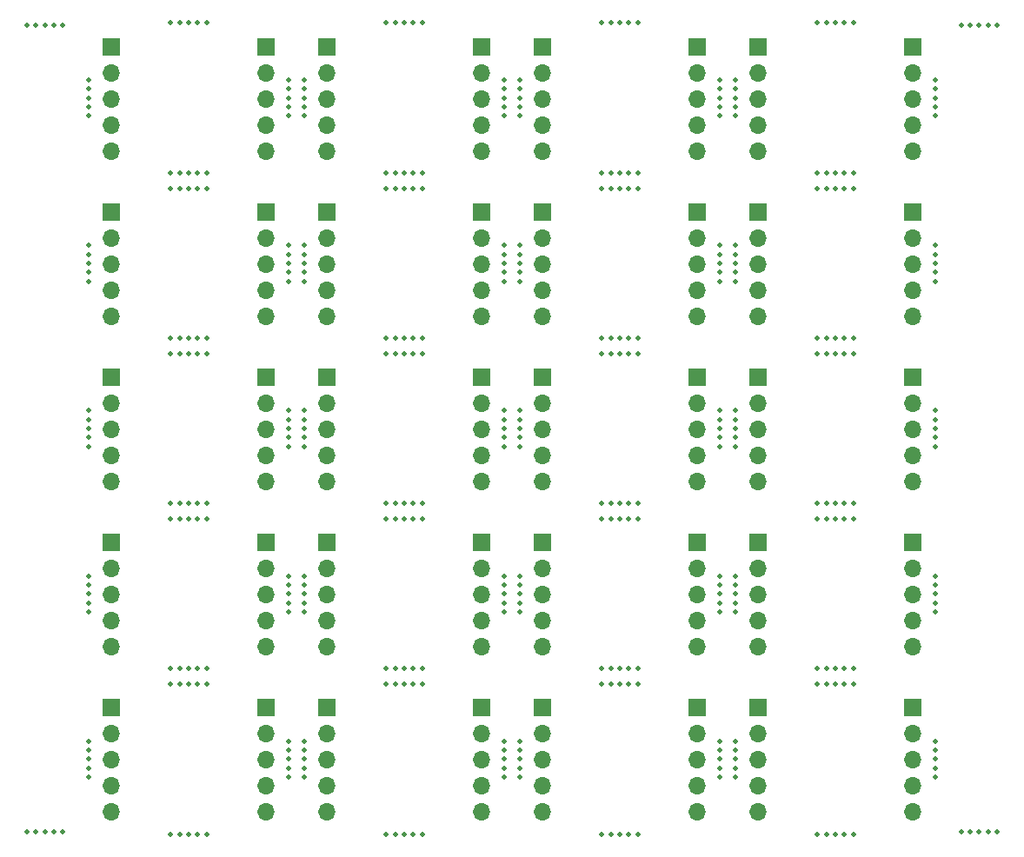
<source format=gbr>
%TF.GenerationSoftware,KiCad,Pcbnew,7.0.9*%
%TF.CreationDate,2024-07-19T15:30:45+09:00*%
%TF.ProjectId,panelize,70616e65-6c69-47a6-952e-6b696361645f,rev?*%
%TF.SameCoordinates,PX39748eaPY88a96c5*%
%TF.FileFunction,Soldermask,Bot*%
%TF.FilePolarity,Negative*%
%FSLAX46Y46*%
G04 Gerber Fmt 4.6, Leading zero omitted, Abs format (unit mm)*
G04 Created by KiCad (PCBNEW 7.0.9) date 2024-07-19 15:30:45*
%MOMM*%
%LPD*%
G01*
G04 APERTURE LIST*
%ADD10C,0.500000*%
%ADD11O,1.700000X1.700000*%
%ADD12R,1.700000X1.700000*%
G04 APERTURE END LIST*
D10*
%TO.C,KiKit_MB_57_3*%
X47103750Y27100293D03*
%TD*%
%TO.C,KiKit_MB_42_6*%
X66603750Y44075293D03*
%TD*%
%TO.C,KiKit_MB_9_7*%
X47103750Y78900293D03*
%TD*%
%TO.C,KiKit_MB_73_3*%
X47103750Y11000293D03*
%TD*%
%TO.C,KiKit_MB_3_4*%
X13978750Y84450293D03*
%TD*%
%TO.C,KiKit_MB_66_4*%
X24603750Y13625293D03*
%TD*%
%TO.C,KiKit_MB_65_7*%
X5103750Y14500293D03*
%TD*%
%TO.C,KiKit_MB_52_5*%
X14853750Y21550293D03*
%TD*%
%TO.C,KiKit_MB_3_6*%
X15728750Y84450293D03*
%TD*%
%TO.C,KiKit_MB_43_7*%
X58603750Y52250293D03*
%TD*%
%TO.C,KiKit_MB_6_5*%
X45603750Y77150293D03*
%TD*%
%TO.C,KiKit_MB_64_3*%
X79603750Y21550293D03*
%TD*%
%TO.C,KiKit_MB_12_4*%
X57728750Y69850293D03*
%TD*%
%TO.C,KiKit_MB_4_4*%
X15728750Y69850293D03*
%TD*%
%TO.C,KiKit_MB_17_4*%
X5103750Y60175293D03*
%TD*%
%TO.C,KiKit_MB_24_5*%
X35853750Y53750293D03*
%TD*%
%TO.C,KiKit_MB_54_4*%
X45603750Y29725293D03*
%TD*%
%TO.C,KiKit_MB_57_6*%
X47103750Y29725293D03*
%TD*%
%TO.C,KiKit_MB_7_5*%
X35853750Y84450293D03*
%TD*%
%TO.C,KiKit_MB_15_6*%
X78728750Y84450293D03*
%TD*%
%TO.C,KiKit_MB_73_4*%
X47103750Y11875293D03*
%TD*%
%TO.C,KiKit_MB_45_3*%
X68103750Y43200293D03*
%TD*%
%TO.C,KiKit_MB_19_7*%
X16603750Y68350293D03*
%TD*%
%TO.C,KiKit_MB_70_6*%
X45603750Y11875293D03*
%TD*%
%TO.C,KiKit_MB_44_5*%
X56853750Y37650293D03*
%TD*%
%TO.C,KiKit_MB_74_7*%
X66603750Y11000293D03*
%TD*%
%TO.C,KiKit_MB_74_5*%
X66603750Y12750293D03*
%TD*%
%TO.C,KiKit_MB_41_7*%
X47103750Y46700293D03*
%TD*%
%TO.C,KiKit_MB_35_3*%
X13103750Y52250293D03*
%TD*%
%TO.C,KiKit_MB_64_7*%
X76103750Y21550293D03*
%TD*%
%TO.C,KiKit_MB_60_5*%
X56853750Y21550293D03*
%TD*%
%TO.C,KiKit_MB_1_7*%
X5103750Y78900293D03*
%TD*%
%TO.C,KiKit_MB_80_3*%
X79603750Y5450293D03*
%TD*%
%TO.C,KiKit_MB_84_3*%
X90103750Y5700293D03*
%TD*%
%TO.C,KiKit_MB_10_5*%
X66603750Y77150293D03*
%TD*%
%TO.C,KiKit_MB_40_4*%
X36728750Y37650293D03*
%TD*%
%TO.C,KiKit_MB_20_5*%
X14853750Y53750293D03*
%TD*%
%TO.C,KiKit_MB_20_6*%
X13978750Y53750293D03*
%TD*%
%TO.C,KiKit_MB_8_5*%
X35853750Y69850293D03*
%TD*%
%TO.C,KiKit_MB_40_6*%
X34978750Y37650293D03*
%TD*%
%TO.C,KiKit_MB_5_3*%
X26103750Y75400293D03*
%TD*%
%TO.C,KiKit_MB_28_4*%
X57728750Y53750293D03*
%TD*%
%TO.C,KiKit_MB_80_4*%
X78728750Y5450293D03*
%TD*%
%TO.C,KiKit_MB_36_3*%
X16603750Y37650293D03*
%TD*%
%TO.C,KiKit_MB_45_4*%
X68103750Y44075293D03*
%TD*%
%TO.C,KiKit_MB_64_4*%
X78728750Y21550293D03*
%TD*%
%TO.C,KiKit_MB_39_5*%
X35853750Y52250293D03*
%TD*%
%TO.C,KiKit_MB_84_4*%
X90978750Y5700293D03*
%TD*%
%TO.C,KiKit_MB_68_4*%
X15728750Y5450293D03*
%TD*%
%TO.C,KiKit_MB_68_5*%
X14853750Y5450293D03*
%TD*%
%TO.C,KiKit_MB_54_3*%
X45603750Y30600293D03*
%TD*%
%TO.C,KiKit_MB_82_7*%
X2603750Y5700293D03*
%TD*%
%TO.C,KiKit_MB_80_6*%
X76978750Y5450293D03*
%TD*%
%TO.C,KiKit_MB_76_7*%
X55103750Y5450293D03*
%TD*%
%TO.C,KiKit_MB_45_6*%
X68103750Y45825293D03*
%TD*%
%TO.C,KiKit_MB_33_5*%
X5103750Y44950293D03*
%TD*%
%TO.C,KiKit_MB_78_4*%
X87603750Y13625293D03*
%TD*%
%TO.C,KiKit_MB_28_3*%
X58603750Y53750293D03*
%TD*%
%TO.C,KiKit_MB_55_5*%
X35853750Y36150293D03*
%TD*%
%TO.C,KiKit_MB_25_3*%
X47103750Y59300293D03*
%TD*%
%TO.C,KiKit_MB_60_7*%
X55103750Y21550293D03*
%TD*%
%TO.C,KiKit_MB_14_3*%
X87603750Y78900293D03*
%TD*%
%TO.C,KiKit_MB_47_4*%
X76978750Y52250293D03*
%TD*%
%TO.C,KiKit_MB_9_6*%
X47103750Y78025293D03*
%TD*%
%TO.C,KiKit_MB_10_3*%
X66603750Y78900293D03*
%TD*%
%TO.C,KiKit_MB_12_6*%
X55978750Y69850293D03*
%TD*%
%TO.C,KiKit_MB_45_7*%
X68103750Y46700293D03*
%TD*%
%TO.C,KiKit_MB_34_4*%
X24603750Y45825293D03*
%TD*%
%TO.C,KiKit_MB_29_6*%
X68103750Y61925293D03*
%TD*%
%TO.C,KiKit_MB_56_4*%
X36728750Y21550293D03*
%TD*%
%TO.C,KiKit_MB_53_4*%
X26103750Y27975293D03*
%TD*%
%TO.C,KiKit_MB_46_4*%
X87603750Y45825293D03*
%TD*%
%TO.C,KiKit_MB_60_3*%
X58603750Y21550293D03*
%TD*%
%TO.C,KiKit_MB_81_3*%
X-896250Y84200293D03*
%TD*%
%TO.C,KiKit_MB_77_6*%
X68103750Y13625293D03*
%TD*%
%TO.C,KiKit_MB_24_7*%
X34103750Y53750293D03*
%TD*%
%TO.C,KiKit_MB_58_4*%
X66603750Y29725293D03*
%TD*%
%TO.C,KiKit_MB_69_5*%
X26103750Y12750293D03*
%TD*%
%TO.C,KiKit_MB_69_4*%
X26103750Y11875293D03*
%TD*%
%TO.C,KiKit_MB_51_3*%
X13103750Y36150293D03*
%TD*%
%TO.C,KiKit_MB_24_4*%
X36728750Y53750293D03*
%TD*%
%TO.C,KiKit_MB_63_3*%
X76103750Y36150293D03*
%TD*%
%TO.C,KiKit_MB_61_5*%
X68103750Y28850293D03*
%TD*%
%TO.C,KiKit_MB_59_7*%
X58603750Y36150293D03*
%TD*%
%TO.C,KiKit_MB_37_4*%
X26103750Y44075293D03*
%TD*%
%TO.C,KiKit_MB_40_3*%
X37603750Y37650293D03*
%TD*%
%TO.C,KiKit_MB_44_4*%
X57728750Y37650293D03*
%TD*%
%TO.C,KiKit_MB_33_6*%
X5103750Y45825293D03*
%TD*%
%TO.C,KiKit_MB_60_4*%
X57728750Y21550293D03*
%TD*%
%TO.C,KiKit_MB_40_5*%
X35853750Y37650293D03*
%TD*%
%TO.C,KiKit_MB_17_7*%
X5103750Y62800293D03*
%TD*%
%TO.C,KiKit_MB_83_3*%
X90103750Y84200293D03*
%TD*%
%TO.C,KiKit_MB_18_3*%
X24603750Y62800293D03*
%TD*%
%TO.C,KiKit_MB_39_7*%
X37603750Y52250293D03*
%TD*%
%TO.C,KiKit_MB_66_5*%
X24603750Y12750293D03*
%TD*%
%TO.C,KiKit_MB_15_5*%
X77853750Y84450293D03*
%TD*%
%TO.C,KiKit_MB_75_3*%
X55103750Y20050293D03*
%TD*%
%TO.C,KiKit_MB_76_6*%
X55978750Y5450293D03*
%TD*%
%TO.C,KiKit_MB_1_5*%
X5103750Y77150293D03*
%TD*%
%TO.C,KiKit_MB_22_7*%
X45603750Y59300293D03*
%TD*%
%TO.C,KiKit_MB_53_7*%
X26103750Y30600293D03*
%TD*%
%TO.C,KiKit_MB_22_5*%
X45603750Y61050293D03*
%TD*%
%TO.C,KiKit_MB_52_3*%
X16603750Y21550293D03*
%TD*%
%TO.C,KiKit_MB_70_4*%
X45603750Y13625293D03*
%TD*%
%TO.C,KiKit_MB_57_7*%
X47103750Y30600293D03*
%TD*%
%TO.C,KiKit_MB_69_3*%
X26103750Y11000293D03*
%TD*%
%TO.C,KiKit_MB_21_3*%
X26103750Y59300293D03*
%TD*%
%TO.C,KiKit_MB_15_7*%
X79603750Y84450293D03*
%TD*%
%TO.C,KiKit_MB_73_7*%
X47103750Y14500293D03*
%TD*%
%TO.C,KiKit_MB_35_5*%
X14853750Y52250293D03*
%TD*%
%TO.C,KiKit_MB_50_3*%
X24603750Y30600293D03*
%TD*%
%TO.C,KiKit_MB_52_7*%
X13103750Y21550293D03*
%TD*%
%TO.C,KiKit_MB_39_4*%
X34978750Y52250293D03*
%TD*%
%TO.C,KiKit_MB_12_7*%
X55103750Y69850293D03*
%TD*%
%TO.C,KiKit_MB_36_7*%
X13103750Y37650293D03*
%TD*%
%TO.C,KiKit_MB_79_6*%
X78728750Y20050293D03*
%TD*%
%TO.C,KiKit_MB_27_4*%
X55978750Y68350293D03*
%TD*%
%TO.C,KiKit_MB_18_5*%
X24603750Y61050293D03*
%TD*%
%TO.C,KiKit_MB_44_3*%
X58603750Y37650293D03*
%TD*%
%TO.C,KiKit_MB_41_5*%
X47103750Y44950293D03*
%TD*%
%TO.C,KiKit_MB_46_7*%
X87603750Y43200293D03*
%TD*%
%TO.C,KiKit_MB_62_4*%
X87603750Y29725293D03*
%TD*%
%TO.C,KiKit_MB_65_4*%
X5103750Y11875293D03*
%TD*%
%TO.C,KiKit_MB_47_6*%
X78728750Y52250293D03*
%TD*%
%TO.C,KiKit_MB_11_6*%
X57728750Y84450293D03*
%TD*%
%TO.C,KiKit_MB_55_7*%
X37603750Y36150293D03*
%TD*%
%TO.C,KiKit_MB_58_6*%
X66603750Y27975293D03*
%TD*%
%TO.C,KiKit_MB_61_3*%
X68103750Y27100293D03*
%TD*%
%TO.C,KiKit_MB_27_5*%
X56853750Y68350293D03*
%TD*%
%TO.C,KiKit_MB_31_4*%
X76978750Y68350293D03*
%TD*%
%TO.C,KiKit_MB_2_5*%
X24603750Y77150293D03*
%TD*%
%TO.C,KiKit_MB_32_5*%
X77853750Y53750293D03*
%TD*%
%TO.C,KiKit_MB_26_6*%
X66603750Y60175293D03*
%TD*%
%TO.C,KiKit_MB_6_3*%
X45603750Y78900293D03*
%TD*%
%TO.C,KiKit_MB_5_7*%
X26103750Y78900293D03*
%TD*%
%TO.C,KiKit_MB_37_6*%
X26103750Y45825293D03*
%TD*%
%TO.C,KiKit_MB_53_5*%
X26103750Y28850293D03*
%TD*%
%TO.C,KiKit_MB_58_5*%
X66603750Y28850293D03*
%TD*%
%TO.C,KiKit_MB_84_7*%
X93603750Y5700293D03*
%TD*%
%TO.C,KiKit_MB_28_5*%
X56853750Y53750293D03*
%TD*%
%TO.C,KiKit_MB_31_5*%
X77853750Y68350293D03*
%TD*%
%TO.C,KiKit_MB_21_6*%
X26103750Y61925293D03*
%TD*%
%TO.C,KiKit_MB_79_7*%
X79603750Y20050293D03*
%TD*%
%TO.C,KiKit_MB_72_3*%
X37603750Y5450293D03*
%TD*%
%TO.C,KiKit_MB_83_6*%
X92728750Y84200293D03*
%TD*%
%TO.C,KiKit_MB_19_4*%
X13978750Y68350293D03*
%TD*%
%TO.C,KiKit_MB_71_7*%
X37603750Y20050293D03*
%TD*%
%TO.C,KiKit_MB_6_7*%
X45603750Y75400293D03*
%TD*%
%TO.C,KiKit_MB_82_6*%
X1728750Y5700293D03*
%TD*%
%TO.C,KiKit_MB_78_5*%
X87603750Y12750293D03*
%TD*%
%TO.C,KiKit_MB_48_5*%
X77853750Y37650293D03*
%TD*%
%TO.C,KiKit_MB_48_4*%
X78728750Y37650293D03*
%TD*%
%TO.C,KiKit_MB_2_6*%
X24603750Y76275293D03*
%TD*%
%TO.C,KiKit_MB_20_4*%
X15728750Y53750293D03*
%TD*%
%TO.C,KiKit_MB_27_3*%
X55103750Y68350293D03*
%TD*%
%TO.C,KiKit_MB_16_3*%
X79603750Y69850293D03*
%TD*%
%TO.C,KiKit_MB_5_4*%
X26103750Y76275293D03*
%TD*%
%TO.C,KiKit_MB_14_5*%
X87603750Y77150293D03*
%TD*%
%TO.C,KiKit_MB_39_3*%
X34103750Y52250293D03*
%TD*%
%TO.C,KiKit_MB_21_4*%
X26103750Y60175293D03*
%TD*%
%TO.C,KiKit_MB_69_6*%
X26103750Y13625293D03*
%TD*%
%TO.C,KiKit_MB_83_5*%
X91853750Y84200293D03*
%TD*%
%TO.C,KiKit_MB_49_6*%
X5103750Y29725293D03*
%TD*%
%TO.C,KiKit_MB_13_3*%
X68103750Y75400293D03*
%TD*%
%TO.C,KiKit_MB_42_5*%
X66603750Y44950293D03*
%TD*%
%TO.C,KiKit_MB_71_5*%
X35853750Y20050293D03*
%TD*%
%TO.C,KiKit_MB_62_7*%
X87603750Y27100293D03*
%TD*%
%TO.C,KiKit_MB_13_4*%
X68103750Y76275293D03*
%TD*%
%TO.C,KiKit_MB_33_3*%
X5103750Y43200293D03*
%TD*%
%TO.C,KiKit_MB_1_3*%
X5103750Y75400293D03*
%TD*%
%TO.C,KiKit_MB_21_7*%
X26103750Y62800293D03*
%TD*%
%TO.C,KiKit_MB_84_6*%
X92728750Y5700293D03*
%TD*%
%TO.C,KiKit_MB_74_6*%
X66603750Y11875293D03*
%TD*%
%TO.C,KiKit_MB_74_3*%
X66603750Y14500293D03*
%TD*%
%TO.C,KiKit_MB_11_3*%
X55103750Y84450293D03*
%TD*%
%TO.C,KiKit_MB_62_6*%
X87603750Y27975293D03*
%TD*%
%TO.C,KiKit_MB_68_3*%
X16603750Y5450293D03*
%TD*%
%TO.C,KiKit_MB_17_3*%
X5103750Y59300293D03*
%TD*%
%TO.C,KiKit_MB_63_4*%
X76978750Y36150293D03*
%TD*%
%TO.C,KiKit_MB_28_6*%
X55978750Y53750293D03*
%TD*%
%TO.C,KiKit_MB_64_5*%
X77853750Y21550293D03*
%TD*%
%TO.C,KiKit_MB_73_6*%
X47103750Y13625293D03*
%TD*%
%TO.C,KiKit_MB_42_4*%
X66603750Y45825293D03*
%TD*%
%TO.C,KiKit_MB_11_5*%
X56853750Y84450293D03*
%TD*%
%TO.C,KiKit_MB_77_3*%
X68103750Y11000293D03*
%TD*%
%TO.C,KiKit_MB_76_4*%
X57728750Y5450293D03*
%TD*%
%TO.C,KiKit_MB_3_3*%
X13103750Y84450293D03*
%TD*%
%TO.C,KiKit_MB_41_3*%
X47103750Y43200293D03*
%TD*%
%TO.C,KiKit_MB_49_4*%
X5103750Y27975293D03*
%TD*%
%TO.C,KiKit_MB_41_4*%
X47103750Y44075293D03*
%TD*%
%TO.C,KiKit_MB_37_5*%
X26103750Y44950293D03*
%TD*%
%TO.C,KiKit_MB_25_6*%
X47103750Y61925293D03*
%TD*%
%TO.C,KiKit_MB_38_5*%
X45603750Y44950293D03*
%TD*%
%TO.C,KiKit_MB_57_4*%
X47103750Y27975293D03*
%TD*%
%TO.C,KiKit_MB_67_7*%
X16603750Y20050293D03*
%TD*%
%TO.C,KiKit_MB_40_7*%
X34103750Y37650293D03*
%TD*%
%TO.C,KiKit_MB_9_4*%
X47103750Y76275293D03*
%TD*%
%TO.C,KiKit_MB_31_7*%
X79603750Y68350293D03*
%TD*%
%TO.C,KiKit_MB_38_3*%
X45603750Y46700293D03*
%TD*%
%TO.C,KiKit_MB_22_3*%
X45603750Y62800293D03*
%TD*%
%TO.C,KiKit_MB_48_3*%
X79603750Y37650293D03*
%TD*%
%TO.C,KiKit_MB_8_7*%
X34103750Y69850293D03*
%TD*%
%TO.C,KiKit_MB_62_5*%
X87603750Y28850293D03*
%TD*%
%TO.C,KiKit_MB_67_5*%
X14853750Y20050293D03*
%TD*%
%TO.C,KiKit_MB_70_5*%
X45603750Y12750293D03*
%TD*%
%TO.C,KiKit_MB_68_6*%
X13978750Y5450293D03*
%TD*%
%TO.C,KiKit_MB_51_5*%
X14853750Y36150293D03*
%TD*%
%TO.C,KiKit_MB_36_5*%
X14853750Y37650293D03*
%TD*%
%TO.C,KiKit_MB_75_7*%
X58603750Y20050293D03*
%TD*%
%TO.C,KiKit_MB_29_5*%
X68103750Y61050293D03*
%TD*%
%TO.C,KiKit_MB_30_4*%
X87603750Y61925293D03*
%TD*%
%TO.C,KiKit_MB_82_5*%
X853750Y5700293D03*
%TD*%
%TO.C,KiKit_MB_48_6*%
X76978750Y37650293D03*
%TD*%
%TO.C,KiKit_MB_50_5*%
X24603750Y28850293D03*
%TD*%
%TO.C,KiKit_MB_75_5*%
X56853750Y20050293D03*
%TD*%
%TO.C,KiKit_MB_41_6*%
X47103750Y45825293D03*
%TD*%
%TO.C,KiKit_MB_47_3*%
X76103750Y52250293D03*
%TD*%
%TO.C,KiKit_MB_75_4*%
X55978750Y20050293D03*
%TD*%
%TO.C,KiKit_MB_51_6*%
X15728750Y36150293D03*
%TD*%
%TO.C,KiKit_MB_65_3*%
X5103750Y11000293D03*
%TD*%
%TO.C,KiKit_MB_7_4*%
X34978750Y84450293D03*
%TD*%
%TO.C,KiKit_MB_21_5*%
X26103750Y61050293D03*
%TD*%
%TO.C,KiKit_MB_23_5*%
X35853750Y68350293D03*
%TD*%
%TO.C,KiKit_MB_10_7*%
X66603750Y75400293D03*
%TD*%
%TO.C,KiKit_MB_34_3*%
X24603750Y46700293D03*
%TD*%
%TO.C,KiKit_MB_19_6*%
X15728750Y68350293D03*
%TD*%
%TO.C,KiKit_MB_62_3*%
X87603750Y30600293D03*
%TD*%
%TO.C,KiKit_MB_44_6*%
X55978750Y37650293D03*
%TD*%
%TO.C,KiKit_MB_76_5*%
X56853750Y5450293D03*
%TD*%
%TO.C,KiKit_MB_50_7*%
X24603750Y27100293D03*
%TD*%
%TO.C,KiKit_MB_10_6*%
X66603750Y76275293D03*
%TD*%
%TO.C,KiKit_MB_11_4*%
X55978750Y84450293D03*
%TD*%
%TO.C,KiKit_MB_23_3*%
X34103750Y68350293D03*
%TD*%
%TO.C,KiKit_MB_43_6*%
X57728750Y52250293D03*
%TD*%
%TO.C,KiKit_MB_6_6*%
X45603750Y76275293D03*
%TD*%
%TO.C,KiKit_MB_66_6*%
X24603750Y11875293D03*
%TD*%
%TO.C,KiKit_MB_77_4*%
X68103750Y11875293D03*
%TD*%
%TO.C,KiKit_MB_22_4*%
X45603750Y61925293D03*
%TD*%
%TO.C,KiKit_MB_43_4*%
X55978750Y52250293D03*
%TD*%
%TO.C,KiKit_MB_54_6*%
X45603750Y27975293D03*
%TD*%
%TO.C,KiKit_MB_65_6*%
X5103750Y13625293D03*
%TD*%
%TO.C,KiKit_MB_25_7*%
X47103750Y62800293D03*
%TD*%
%TO.C,KiKit_MB_16_4*%
X78728750Y69850293D03*
%TD*%
%TO.C,KiKit_MB_17_6*%
X5103750Y61925293D03*
%TD*%
%TO.C,KiKit_MB_25_5*%
X47103750Y61050293D03*
%TD*%
%TO.C,KiKit_MB_79_3*%
X76103750Y20050293D03*
%TD*%
%TO.C,KiKit_MB_45_5*%
X68103750Y44950293D03*
%TD*%
%TO.C,KiKit_MB_55_4*%
X34978750Y36150293D03*
%TD*%
%TO.C,KiKit_MB_9_3*%
X47103750Y75400293D03*
%TD*%
%TO.C,KiKit_MB_16_6*%
X76978750Y69850293D03*
%TD*%
%TO.C,KiKit_MB_27_6*%
X57728750Y68350293D03*
%TD*%
%TO.C,KiKit_MB_46_6*%
X87603750Y44075293D03*
%TD*%
%TO.C,KiKit_MB_49_3*%
X5103750Y27100293D03*
%TD*%
%TO.C,KiKit_MB_39_6*%
X36728750Y52250293D03*
%TD*%
%TO.C,KiKit_MB_70_7*%
X45603750Y11000293D03*
%TD*%
%TO.C,KiKit_MB_37_7*%
X26103750Y46700293D03*
%TD*%
%TO.C,KiKit_MB_81_7*%
X2603750Y84200293D03*
%TD*%
%TO.C,KiKit_MB_67_6*%
X15728750Y20050293D03*
%TD*%
%TO.C,KiKit_MB_73_5*%
X47103750Y12750293D03*
%TD*%
%TO.C,KiKit_MB_5_6*%
X26103750Y78025293D03*
%TD*%
%TO.C,KiKit_MB_7_3*%
X34103750Y84450293D03*
%TD*%
%TO.C,KiKit_MB_37_3*%
X26103750Y43200293D03*
%TD*%
%TO.C,KiKit_MB_72_6*%
X34978750Y5450293D03*
%TD*%
%TO.C,KiKit_MB_74_4*%
X66603750Y13625293D03*
%TD*%
%TO.C,KiKit_MB_18_6*%
X24603750Y60175293D03*
%TD*%
%TO.C,KiKit_MB_7_6*%
X36728750Y84450293D03*
%TD*%
%TO.C,KiKit_MB_20_7*%
X13103750Y53750293D03*
%TD*%
%TO.C,KiKit_MB_63_5*%
X77853750Y36150293D03*
%TD*%
%TO.C,KiKit_MB_11_7*%
X58603750Y84450293D03*
%TD*%
%TO.C,KiKit_MB_35_6*%
X15728750Y52250293D03*
%TD*%
%TO.C,KiKit_MB_84_5*%
X91853750Y5700293D03*
%TD*%
%TO.C,KiKit_MB_69_7*%
X26103750Y14500293D03*
%TD*%
%TO.C,KiKit_MB_35_7*%
X16603750Y52250293D03*
%TD*%
%TO.C,KiKit_MB_3_7*%
X16603750Y84450293D03*
%TD*%
%TO.C,KiKit_MB_15_4*%
X76978750Y84450293D03*
%TD*%
%TO.C,KiKit_MB_2_4*%
X24603750Y78025293D03*
%TD*%
%TO.C,KiKit_MB_36_6*%
X13978750Y37650293D03*
%TD*%
%TO.C,KiKit_MB_19_3*%
X13103750Y68350293D03*
%TD*%
%TO.C,KiKit_MB_23_6*%
X36728750Y68350293D03*
%TD*%
%TO.C,KiKit_MB_38_7*%
X45603750Y43200293D03*
%TD*%
%TO.C,KiKit_MB_19_5*%
X14853750Y68350293D03*
%TD*%
%TO.C,KiKit_MB_72_7*%
X34103750Y5450293D03*
%TD*%
%TO.C,KiKit_MB_54_7*%
X45603750Y27100293D03*
%TD*%
%TO.C,KiKit_MB_52_6*%
X13978750Y21550293D03*
%TD*%
%TO.C,KiKit_MB_32_3*%
X79603750Y53750293D03*
%TD*%
%TO.C,KiKit_MB_25_4*%
X47103750Y60175293D03*
%TD*%
%TO.C,KiKit_MB_80_5*%
X77853750Y5450293D03*
%TD*%
%TO.C,KiKit_MB_30_5*%
X87603750Y61050293D03*
%TD*%
%TO.C,KiKit_MB_54_5*%
X45603750Y28850293D03*
%TD*%
%TO.C,KiKit_MB_58_3*%
X66603750Y30600293D03*
%TD*%
%TO.C,KiKit_MB_12_3*%
X58603750Y69850293D03*
%TD*%
%TO.C,KiKit_MB_53_6*%
X26103750Y29725293D03*
%TD*%
%TO.C,KiKit_MB_12_5*%
X56853750Y69850293D03*
%TD*%
%TO.C,KiKit_MB_72_4*%
X36728750Y5450293D03*
%TD*%
%TO.C,KiKit_MB_3_5*%
X14853750Y84450293D03*
%TD*%
%TO.C,KiKit_MB_24_3*%
X37603750Y53750293D03*
%TD*%
%TO.C,KiKit_MB_1_6*%
X5103750Y78025293D03*
%TD*%
%TO.C,KiKit_MB_30_3*%
X87603750Y62800293D03*
%TD*%
%TO.C,KiKit_MB_48_7*%
X76103750Y37650293D03*
%TD*%
%TO.C,KiKit_MB_43_3*%
X55103750Y52250293D03*
%TD*%
%TO.C,KiKit_MB_26_3*%
X66603750Y62800293D03*
%TD*%
%TO.C,KiKit_MB_6_4*%
X45603750Y78025293D03*
%TD*%
%TO.C,KiKit_MB_78_7*%
X87603750Y11000293D03*
%TD*%
%TO.C,KiKit_MB_63_6*%
X78728750Y36150293D03*
%TD*%
%TO.C,KiKit_MB_71_4*%
X34978750Y20050293D03*
%TD*%
%TO.C,KiKit_MB_23_7*%
X37603750Y68350293D03*
%TD*%
%TO.C,KiKit_MB_42_3*%
X66603750Y46700293D03*
%TD*%
%TO.C,KiKit_MB_13_5*%
X68103750Y77150293D03*
%TD*%
%TO.C,KiKit_MB_31_3*%
X76103750Y68350293D03*
%TD*%
%TO.C,KiKit_MB_78_3*%
X87603750Y14500293D03*
%TD*%
%TO.C,KiKit_MB_16_5*%
X77853750Y69850293D03*
%TD*%
%TO.C,KiKit_MB_20_3*%
X16603750Y53750293D03*
%TD*%
%TO.C,KiKit_MB_56_3*%
X37603750Y21550293D03*
%TD*%
%TO.C,KiKit_MB_17_5*%
X5103750Y61050293D03*
%TD*%
%TO.C,KiKit_MB_65_5*%
X5103750Y12750293D03*
%TD*%
%TO.C,KiKit_MB_31_6*%
X78728750Y68350293D03*
%TD*%
%TO.C,KiKit_MB_81_5*%
X853750Y84200293D03*
%TD*%
%TO.C,KiKit_MB_82_3*%
X-896250Y5700293D03*
%TD*%
%TO.C,KiKit_MB_80_7*%
X76103750Y5450293D03*
%TD*%
%TO.C,KiKit_MB_23_4*%
X34978750Y68350293D03*
%TD*%
%TO.C,KiKit_MB_56_5*%
X35853750Y21550293D03*
%TD*%
%TO.C,KiKit_MB_4_3*%
X16603750Y69850293D03*
%TD*%
%TO.C,KiKit_MB_67_3*%
X13103750Y20050293D03*
%TD*%
%TO.C,KiKit_MB_28_7*%
X55103750Y53750293D03*
%TD*%
%TO.C,KiKit_MB_13_6*%
X68103750Y78025293D03*
%TD*%
%TO.C,KiKit_MB_49_7*%
X5103750Y30600293D03*
%TD*%
%TO.C,KiKit_MB_70_3*%
X45603750Y14500293D03*
%TD*%
%TO.C,KiKit_MB_9_5*%
X47103750Y77150293D03*
%TD*%
%TO.C,KiKit_MB_44_7*%
X55103750Y37650293D03*
%TD*%
%TO.C,KiKit_MB_42_7*%
X66603750Y43200293D03*
%TD*%
%TO.C,KiKit_MB_77_5*%
X68103750Y12750293D03*
%TD*%
%TO.C,KiKit_MB_32_6*%
X76978750Y53750293D03*
%TD*%
%TO.C,KiKit_MB_2_7*%
X24603750Y75400293D03*
%TD*%
%TO.C,KiKit_MB_26_7*%
X66603750Y59300293D03*
%TD*%
%TO.C,KiKit_MB_46_3*%
X87603750Y46700293D03*
%TD*%
%TO.C,KiKit_MB_26_5*%
X66603750Y61050293D03*
%TD*%
%TO.C,KiKit_MB_29_3*%
X68103750Y59300293D03*
%TD*%
%TO.C,KiKit_MB_58_7*%
X66603750Y27100293D03*
%TD*%
%TO.C,KiKit_MB_71_6*%
X36728750Y20050293D03*
%TD*%
%TO.C,KiKit_MB_81_4*%
X-21250Y84200293D03*
%TD*%
%TO.C,KiKit_MB_14_6*%
X87603750Y76275293D03*
%TD*%
%TO.C,KiKit_MB_57_5*%
X47103750Y28850293D03*
%TD*%
%TO.C,KiKit_MB_32_4*%
X78728750Y53750293D03*
%TD*%
%TO.C,KiKit_MB_8_6*%
X34978750Y69850293D03*
%TD*%
%TO.C,KiKit_MB_61_4*%
X68103750Y27975293D03*
%TD*%
%TO.C,KiKit_MB_78_6*%
X87603750Y11875293D03*
%TD*%
%TO.C,KiKit_MB_34_5*%
X24603750Y44950293D03*
%TD*%
%TO.C,KiKit_MB_24_6*%
X34978750Y53750293D03*
%TD*%
%TO.C,KiKit_MB_50_4*%
X24603750Y29725293D03*
%TD*%
%TO.C,KiKit_MB_71_3*%
X34103750Y20050293D03*
%TD*%
%TO.C,KiKit_MB_14_7*%
X87603750Y75400293D03*
%TD*%
%TO.C,KiKit_MB_30_7*%
X87603750Y59300293D03*
%TD*%
%TO.C,KiKit_MB_59_3*%
X55103750Y36150293D03*
%TD*%
%TO.C,KiKit_MB_51_4*%
X13978750Y36150293D03*
%TD*%
%TO.C,KiKit_MB_8_3*%
X37603750Y69850293D03*
%TD*%
%TO.C,KiKit_MB_15_3*%
X76103750Y84450293D03*
%TD*%
%TO.C,KiKit_MB_66_7*%
X24603750Y11000293D03*
%TD*%
%TO.C,KiKit_MB_10_4*%
X66603750Y78025293D03*
%TD*%
%TO.C,KiKit_MB_8_4*%
X36728750Y69850293D03*
%TD*%
%TO.C,KiKit_MB_13_7*%
X68103750Y78900293D03*
%TD*%
%TO.C,KiKit_MB_56_6*%
X34978750Y21550293D03*
%TD*%
%TO.C,KiKit_MB_36_4*%
X15728750Y37650293D03*
%TD*%
%TO.C,KiKit_MB_33_7*%
X5103750Y46700293D03*
%TD*%
%TO.C,KiKit_MB_2_3*%
X24603750Y78900293D03*
%TD*%
%TO.C,KiKit_MB_59_6*%
X57728750Y36150293D03*
%TD*%
%TO.C,KiKit_MB_79_4*%
X76978750Y20050293D03*
%TD*%
%TO.C,KiKit_MB_18_7*%
X24603750Y59300293D03*
%TD*%
%TO.C,KiKit_MB_67_4*%
X13978750Y20050293D03*
%TD*%
%TO.C,KiKit_MB_5_5*%
X26103750Y77150293D03*
%TD*%
%TO.C,KiKit_MB_1_4*%
X5103750Y76275293D03*
%TD*%
%TO.C,KiKit_MB_59_4*%
X55978750Y36150293D03*
%TD*%
%TO.C,KiKit_MB_14_4*%
X87603750Y78025293D03*
%TD*%
%TO.C,KiKit_MB_4_5*%
X14853750Y69850293D03*
%TD*%
%TO.C,KiKit_MB_46_5*%
X87603750Y44950293D03*
%TD*%
%TO.C,KiKit_MB_81_6*%
X1728750Y84200293D03*
%TD*%
%TO.C,KiKit_MB_4_7*%
X13103750Y69850293D03*
%TD*%
%TO.C,KiKit_MB_52_4*%
X15728750Y21550293D03*
%TD*%
%TO.C,KiKit_MB_49_5*%
X5103750Y28850293D03*
%TD*%
%TO.C,KiKit_MB_47_7*%
X79603750Y52250293D03*
%TD*%
%TO.C,KiKit_MB_30_6*%
X87603750Y60175293D03*
%TD*%
%TO.C,KiKit_MB_18_4*%
X24603750Y61925293D03*
%TD*%
%TO.C,KiKit_MB_38_4*%
X45603750Y45825293D03*
%TD*%
%TO.C,KiKit_MB_16_7*%
X76103750Y69850293D03*
%TD*%
%TO.C,KiKit_MB_61_7*%
X68103750Y30600293D03*
%TD*%
%TO.C,KiKit_MB_77_7*%
X68103750Y14500293D03*
%TD*%
%TO.C,KiKit_MB_27_7*%
X58603750Y68350293D03*
%TD*%
%TO.C,KiKit_MB_56_7*%
X34103750Y21550293D03*
%TD*%
%TO.C,KiKit_MB_72_5*%
X35853750Y5450293D03*
%TD*%
%TO.C,KiKit_MB_66_3*%
X24603750Y14500293D03*
%TD*%
%TO.C,KiKit_MB_59_5*%
X56853750Y36150293D03*
%TD*%
%TO.C,KiKit_MB_35_4*%
X13978750Y52250293D03*
%TD*%
%TO.C,KiKit_MB_29_4*%
X68103750Y60175293D03*
%TD*%
%TO.C,KiKit_MB_51_7*%
X16603750Y36150293D03*
%TD*%
%TO.C,KiKit_MB_63_7*%
X79603750Y36150293D03*
%TD*%
%TO.C,KiKit_MB_76_3*%
X58603750Y5450293D03*
%TD*%
%TO.C,KiKit_MB_61_6*%
X68103750Y29725293D03*
%TD*%
%TO.C,KiKit_MB_26_4*%
X66603750Y61925293D03*
%TD*%
%TO.C,KiKit_MB_55_3*%
X34103750Y36150293D03*
%TD*%
%TO.C,KiKit_MB_43_5*%
X56853750Y52250293D03*
%TD*%
%TO.C,KiKit_MB_38_6*%
X45603750Y44075293D03*
%TD*%
%TO.C,KiKit_MB_68_7*%
X13103750Y5450293D03*
%TD*%
%TO.C,KiKit_MB_4_6*%
X13978750Y69850293D03*
%TD*%
%TO.C,KiKit_MB_50_6*%
X24603750Y27975293D03*
%TD*%
%TO.C,KiKit_MB_55_6*%
X36728750Y36150293D03*
%TD*%
%TO.C,KiKit_MB_83_4*%
X90978750Y84200293D03*
%TD*%
%TO.C,KiKit_MB_53_3*%
X26103750Y27100293D03*
%TD*%
%TO.C,KiKit_MB_34_6*%
X24603750Y44075293D03*
%TD*%
%TO.C,KiKit_MB_83_7*%
X93603750Y84200293D03*
%TD*%
%TO.C,KiKit_MB_79_5*%
X77853750Y20050293D03*
%TD*%
%TO.C,KiKit_MB_75_6*%
X57728750Y20050293D03*
%TD*%
%TO.C,KiKit_MB_7_7*%
X37603750Y84450293D03*
%TD*%
%TO.C,KiKit_MB_22_6*%
X45603750Y60175293D03*
%TD*%
%TO.C,KiKit_MB_32_7*%
X76103750Y53750293D03*
%TD*%
%TO.C,KiKit_MB_33_4*%
X5103750Y44075293D03*
%TD*%
%TO.C,KiKit_MB_60_6*%
X55978750Y21550293D03*
%TD*%
%TO.C,KiKit_MB_64_6*%
X76978750Y21550293D03*
%TD*%
%TO.C,KiKit_MB_34_7*%
X24603750Y43200293D03*
%TD*%
%TO.C,KiKit_MB_82_4*%
X-21250Y5700293D03*
%TD*%
%TO.C,KiKit_MB_47_5*%
X77853750Y52250293D03*
%TD*%
%TO.C,KiKit_MB_29_7*%
X68103750Y62800293D03*
%TD*%
D11*
%TO.C,J1*%
X28303750Y7590293D03*
X28303750Y10130293D03*
X28303750Y12670293D03*
X28303750Y15210293D03*
D12*
X28303750Y17750293D03*
%TD*%
D11*
%TO.C,J2*%
X22353750Y39790293D03*
X22353750Y42330293D03*
X22353750Y44870293D03*
X22353750Y47410293D03*
D12*
X22353750Y49950293D03*
%TD*%
D11*
%TO.C,J1*%
X70303750Y55890293D03*
X70303750Y58430293D03*
X70303750Y60970293D03*
X70303750Y63510293D03*
D12*
X70303750Y66050293D03*
%TD*%
D11*
%TO.C,J2*%
X43353750Y71990293D03*
X43353750Y74530293D03*
X43353750Y77070293D03*
X43353750Y79610293D03*
D12*
X43353750Y82150293D03*
%TD*%
D11*
%TO.C,J2*%
X43353750Y55890293D03*
X43353750Y58430293D03*
X43353750Y60970293D03*
X43353750Y63510293D03*
D12*
X43353750Y66050293D03*
%TD*%
D11*
%TO.C,J1*%
X28303750Y71990293D03*
X28303750Y74530293D03*
X28303750Y77070293D03*
X28303750Y79610293D03*
D12*
X28303750Y82150293D03*
%TD*%
D11*
%TO.C,J1*%
X49303750Y23690293D03*
X49303750Y26230293D03*
X49303750Y28770293D03*
X49303750Y31310293D03*
D12*
X49303750Y33850293D03*
%TD*%
D11*
%TO.C,J1*%
X7303750Y23690293D03*
X7303750Y26230293D03*
X7303750Y28770293D03*
X7303750Y31310293D03*
D12*
X7303750Y33850293D03*
%TD*%
D11*
%TO.C,J2*%
X64353750Y55890293D03*
X64353750Y58430293D03*
X64353750Y60970293D03*
X64353750Y63510293D03*
D12*
X64353750Y66050293D03*
%TD*%
D11*
%TO.C,J2*%
X85353750Y71990293D03*
X85353750Y74530293D03*
X85353750Y77070293D03*
X85353750Y79610293D03*
D12*
X85353750Y82150293D03*
%TD*%
D11*
%TO.C,J1*%
X7303750Y7590293D03*
X7303750Y10130293D03*
X7303750Y12670293D03*
X7303750Y15210293D03*
D12*
X7303750Y17750293D03*
%TD*%
D11*
%TO.C,J2*%
X85353750Y23690293D03*
X85353750Y26230293D03*
X85353750Y28770293D03*
X85353750Y31310293D03*
D12*
X85353750Y33850293D03*
%TD*%
D11*
%TO.C,J2*%
X85353750Y55890293D03*
X85353750Y58430293D03*
X85353750Y60970293D03*
X85353750Y63510293D03*
D12*
X85353750Y66050293D03*
%TD*%
D11*
%TO.C,J2*%
X22353750Y55890293D03*
X22353750Y58430293D03*
X22353750Y60970293D03*
X22353750Y63510293D03*
D12*
X22353750Y66050293D03*
%TD*%
D11*
%TO.C,J2*%
X22353750Y7590293D03*
X22353750Y10130293D03*
X22353750Y12670293D03*
X22353750Y15210293D03*
D12*
X22353750Y17750293D03*
%TD*%
D11*
%TO.C,J1*%
X7303750Y39790293D03*
X7303750Y42330293D03*
X7303750Y44870293D03*
X7303750Y47410293D03*
D12*
X7303750Y49950293D03*
%TD*%
D11*
%TO.C,J1*%
X70303750Y39790293D03*
X70303750Y42330293D03*
X70303750Y44870293D03*
X70303750Y47410293D03*
D12*
X70303750Y49950293D03*
%TD*%
D11*
%TO.C,J2*%
X85353750Y39790293D03*
X85353750Y42330293D03*
X85353750Y44870293D03*
X85353750Y47410293D03*
D12*
X85353750Y49950293D03*
%TD*%
D11*
%TO.C,J1*%
X7303750Y71990293D03*
X7303750Y74530293D03*
X7303750Y77070293D03*
X7303750Y79610293D03*
D12*
X7303750Y82150293D03*
%TD*%
D11*
%TO.C,J2*%
X64353750Y7590293D03*
X64353750Y10130293D03*
X64353750Y12670293D03*
X64353750Y15210293D03*
D12*
X64353750Y17750293D03*
%TD*%
D11*
%TO.C,J1*%
X49303750Y39790293D03*
X49303750Y42330293D03*
X49303750Y44870293D03*
X49303750Y47410293D03*
D12*
X49303750Y49950293D03*
%TD*%
D11*
%TO.C,J2*%
X64353750Y23690293D03*
X64353750Y26230293D03*
X64353750Y28770293D03*
X64353750Y31310293D03*
D12*
X64353750Y33850293D03*
%TD*%
D11*
%TO.C,J2*%
X64353750Y39790293D03*
X64353750Y42330293D03*
X64353750Y44870293D03*
X64353750Y47410293D03*
D12*
X64353750Y49950293D03*
%TD*%
D11*
%TO.C,J1*%
X70303750Y7590293D03*
X70303750Y10130293D03*
X70303750Y12670293D03*
X70303750Y15210293D03*
D12*
X70303750Y17750293D03*
%TD*%
D11*
%TO.C,J2*%
X43353750Y23690293D03*
X43353750Y26230293D03*
X43353750Y28770293D03*
X43353750Y31310293D03*
D12*
X43353750Y33850293D03*
%TD*%
D11*
%TO.C,J1*%
X49303750Y7590293D03*
X49303750Y10130293D03*
X49303750Y12670293D03*
X49303750Y15210293D03*
D12*
X49303750Y17750293D03*
%TD*%
D11*
%TO.C,J2*%
X22353750Y23690293D03*
X22353750Y26230293D03*
X22353750Y28770293D03*
X22353750Y31310293D03*
D12*
X22353750Y33850293D03*
%TD*%
D11*
%TO.C,J1*%
X28303750Y39790293D03*
X28303750Y42330293D03*
X28303750Y44870293D03*
X28303750Y47410293D03*
D12*
X28303750Y49950293D03*
%TD*%
D11*
%TO.C,J2*%
X85353750Y7590293D03*
X85353750Y10130293D03*
X85353750Y12670293D03*
X85353750Y15210293D03*
D12*
X85353750Y17750293D03*
%TD*%
D11*
%TO.C,J1*%
X28303750Y55890293D03*
X28303750Y58430293D03*
X28303750Y60970293D03*
X28303750Y63510293D03*
D12*
X28303750Y66050293D03*
%TD*%
D11*
%TO.C,J2*%
X22353750Y71990293D03*
X22353750Y74530293D03*
X22353750Y77070293D03*
X22353750Y79610293D03*
D12*
X22353750Y82150293D03*
%TD*%
D11*
%TO.C,J1*%
X70303750Y71990293D03*
X70303750Y74530293D03*
X70303750Y77070293D03*
X70303750Y79610293D03*
D12*
X70303750Y82150293D03*
%TD*%
D11*
%TO.C,J2*%
X43353750Y7590293D03*
X43353750Y10130293D03*
X43353750Y12670293D03*
X43353750Y15210293D03*
D12*
X43353750Y17750293D03*
%TD*%
D11*
%TO.C,J1*%
X49303750Y55890293D03*
X49303750Y58430293D03*
X49303750Y60970293D03*
X49303750Y63510293D03*
D12*
X49303750Y66050293D03*
%TD*%
D11*
%TO.C,J1*%
X7303750Y55890293D03*
X7303750Y58430293D03*
X7303750Y60970293D03*
X7303750Y63510293D03*
D12*
X7303750Y66050293D03*
%TD*%
D11*
%TO.C,J1*%
X49303750Y71990293D03*
X49303750Y74530293D03*
X49303750Y77070293D03*
X49303750Y79610293D03*
D12*
X49303750Y82150293D03*
%TD*%
D11*
%TO.C,J2*%
X64353750Y71990293D03*
X64353750Y74530293D03*
X64353750Y77070293D03*
X64353750Y79610293D03*
D12*
X64353750Y82150293D03*
%TD*%
D11*
%TO.C,J1*%
X70303750Y23690293D03*
X70303750Y26230293D03*
X70303750Y28770293D03*
X70303750Y31310293D03*
D12*
X70303750Y33850293D03*
%TD*%
D11*
%TO.C,J2*%
X43353750Y39790293D03*
X43353750Y42330293D03*
X43353750Y44870293D03*
X43353750Y47410293D03*
D12*
X43353750Y49950293D03*
%TD*%
D11*
%TO.C,J1*%
X28303750Y23690293D03*
X28303750Y26230293D03*
X28303750Y28770293D03*
X28303750Y31310293D03*
D12*
X28303750Y33850293D03*
%TD*%
M02*

</source>
